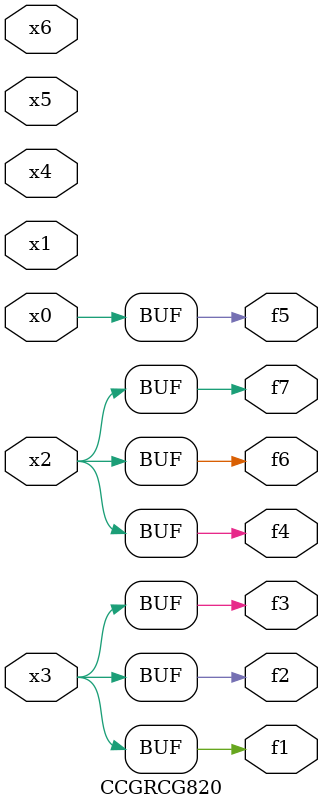
<source format=v>
module CCGRCG820(
	input x0, x1, x2, x3, x4, x5, x6,
	output f1, f2, f3, f4, f5, f6, f7
);
	assign f1 = x3;
	assign f2 = x3;
	assign f3 = x3;
	assign f4 = x2;
	assign f5 = x0;
	assign f6 = x2;
	assign f7 = x2;
endmodule

</source>
